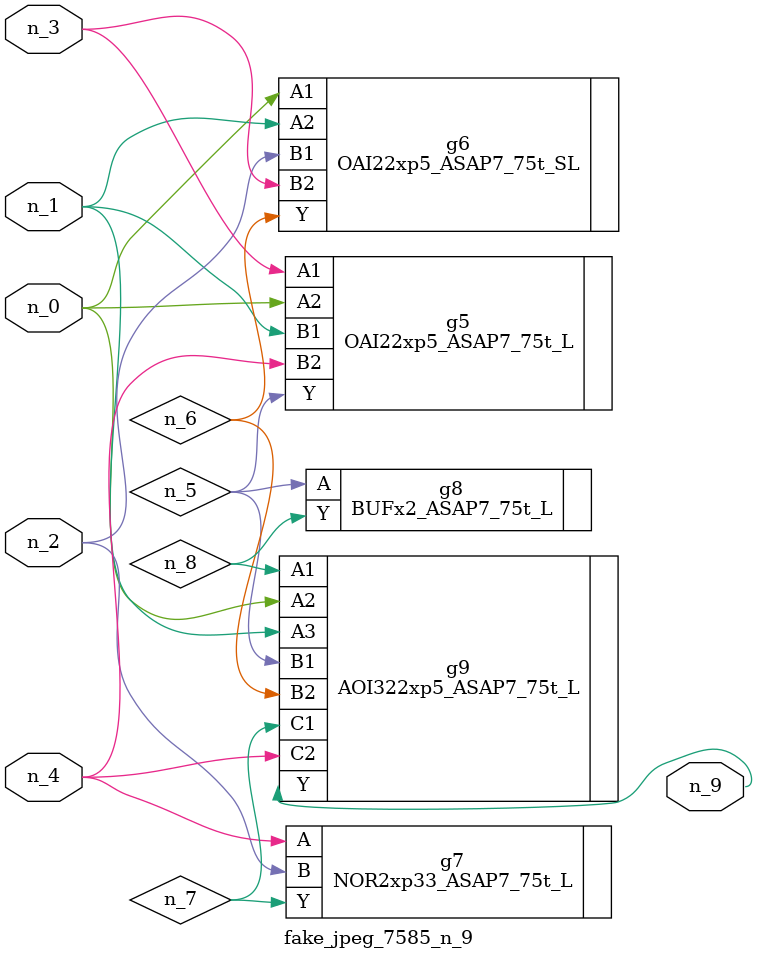
<source format=v>
module fake_jpeg_7585_n_9 (n_3, n_2, n_1, n_0, n_4, n_9);

input n_3;
input n_2;
input n_1;
input n_0;
input n_4;

output n_9;

wire n_8;
wire n_6;
wire n_5;
wire n_7;

OAI22xp5_ASAP7_75t_L g5 ( 
.A1(n_3),
.A2(n_0),
.B1(n_1),
.B2(n_4),
.Y(n_5)
);

OAI22xp5_ASAP7_75t_SL g6 ( 
.A1(n_0),
.A2(n_1),
.B1(n_2),
.B2(n_3),
.Y(n_6)
);

NOR2xp33_ASAP7_75t_L g7 ( 
.A(n_4),
.B(n_2),
.Y(n_7)
);

BUFx2_ASAP7_75t_L g8 ( 
.A(n_5),
.Y(n_8)
);

AOI322xp5_ASAP7_75t_L g9 ( 
.A1(n_8),
.A2(n_0),
.A3(n_1),
.B1(n_5),
.B2(n_6),
.C1(n_7),
.C2(n_4),
.Y(n_9)
);


endmodule
</source>
